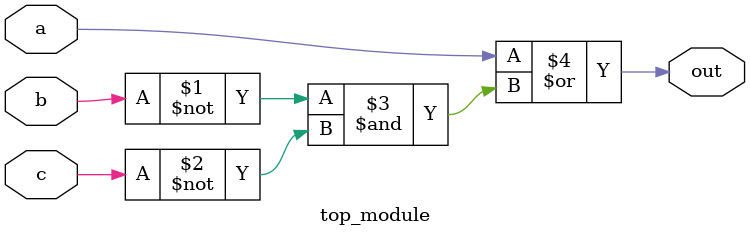
<source format=sv>
module top_module(
	input a, 
	input b,
	input c,
	output out
);

  assign out = a | (~b & ~c);

endmodule

</source>
